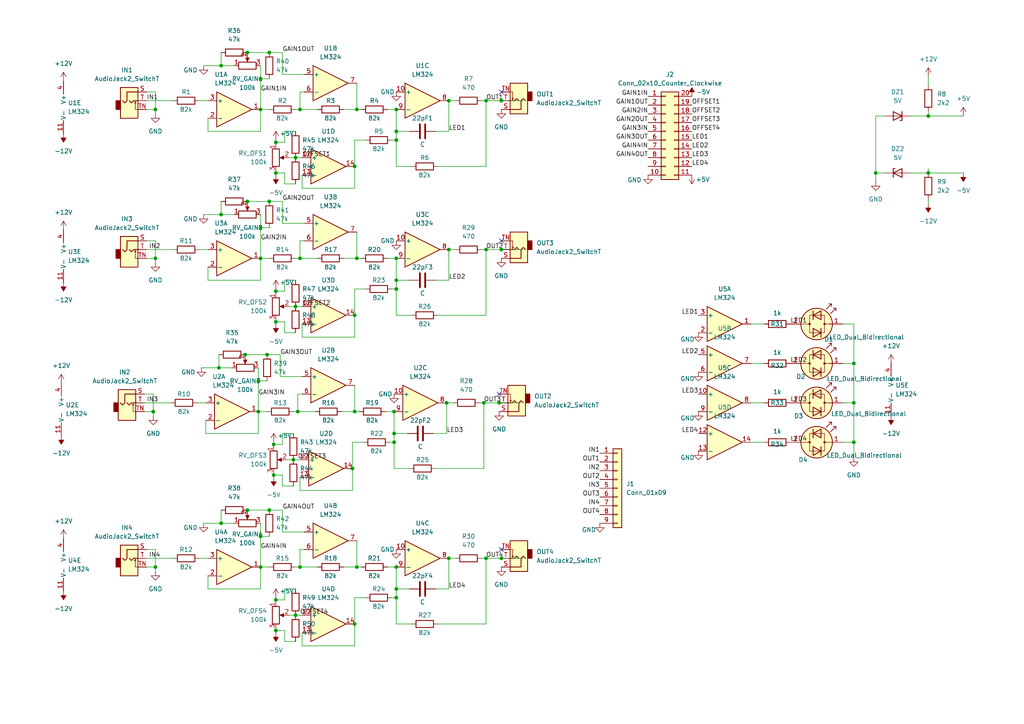
<source format=kicad_sch>
(kicad_sch (version 20211123) (generator eeschema)
  (paper "A4")
  (junction (at 78.105 15.24))
  (junction (at 80.01 84.455))
  (junction (at 74.93 110.49))
  (junction (at 71.755 147.955))
  (junction (at 77.47 102.87))
  (junction (at 129.54 116.84))
  (junction (at 63.5 106.68))
  (junction (at 80.01 50.165))
  (junction (at 75.565 66.04))
  (junction (at 79.375 137.795))
  (junction (at 114.935 40.64))
  (junction (at 75.565 164.465))
  (junction (at 45.085 74.93))
  (junction (at 114.935 164.465))
  (junction (at 75.565 22.86))
  (junction (at 86.995 164.465))
  (junction (at 114.935 81.28))
  (junction (at 44.45 119.38))
  (junction (at 130.175 161.925))
  (junction (at 86.995 74.93))
  (junction (at 85.09 133.35))
  (junction (at 71.755 15.24))
  (junction (at 79.375 128.905))
  (junction (at 102.87 48.26))
  (junction (at 71.755 58.42))
  (junction (at 130.175 72.39))
  (junction (at 144.78 116.84))
  (junction (at 145.415 161.925))
  (junction (at 71.12 102.87))
  (junction (at 114.3 128.27))
  (junction (at 102.87 119.38))
  (junction (at 102.87 91.44))
  (junction (at 78.105 147.955))
  (junction (at 140.97 161.925))
  (junction (at 140.97 72.39))
  (junction (at 86.995 31.75))
  (junction (at 85.725 45.72))
  (junction (at 45.085 31.75))
  (junction (at 103.505 31.75))
  (junction (at 86.36 119.38))
  (junction (at 103.505 74.93))
  (junction (at 78.105 58.42))
  (junction (at 80.01 182.88))
  (junction (at 64.135 151.765))
  (junction (at 75.565 74.93))
  (junction (at 254 50.165))
  (junction (at 145.415 72.39))
  (junction (at 64.135 19.05))
  (junction (at 80.01 41.275))
  (junction (at 45.085 164.465))
  (junction (at 114.935 83.82))
  (junction (at 74.93 119.38))
  (junction (at 85.725 88.9))
  (junction (at 247.65 116.84))
  (junction (at 269.24 33.655))
  (junction (at 114.3 125.73))
  (junction (at 80.01 173.99))
  (junction (at 102.87 180.975))
  (junction (at 145.415 29.21))
  (junction (at 247.65 105.41))
  (junction (at 130.175 29.21))
  (junction (at 140.97 29.21))
  (junction (at 114.935 173.355))
  (junction (at 140.335 116.84))
  (junction (at 64.135 62.23))
  (junction (at 102.235 135.89))
  (junction (at 114.935 170.815))
  (junction (at 114.3 119.38))
  (junction (at 114.935 38.1))
  (junction (at 80.01 93.345))
  (junction (at 75.565 155.575))
  (junction (at 103.505 164.465))
  (junction (at 269.24 50.165))
  (junction (at 247.65 128.27))
  (junction (at 114.935 74.93))
  (junction (at 114.935 31.75))
  (junction (at 85.725 178.435))
  (junction (at 75.565 31.75))
  (no_connect (at 145.415 26.67))
  (no_connect (at 145.415 69.85))
  (no_connect (at 144.78 114.3))
  (no_connect (at 145.415 159.385))
  (wire (pts (xy 80.01 92.71) (xy 80.01 93.345)))
  (wire (pts (xy 79.375 128.905) (xy 79.375 129.54)))
  (wire (pts (xy 103.505 164.465) (xy 104.775 164.465)))
  (wire (pts (xy 126.365 135.89) (xy 140.335 135.89)))
  (wire (pts (xy 80.01 93.345) (xy 80.01 93.98)))
  (wire (pts (xy 59.69 125.73) (xy 74.93 125.73)))
  (wire (pts (xy 83.82 88.9) (xy 85.725 88.9)))
  (wire (pts (xy 125.73 125.73) (xy 129.54 125.73)))
  (wire (pts (xy 80.01 41.275) (xy 80.01 41.91)))
  (wire (pts (xy 130.175 161.925) (xy 130.175 170.815)))
  (wire (pts (xy 80.01 84.455) (xy 80.01 85.09)))
  (wire (pts (xy 85.725 88.9) (xy 87.63 88.9)))
  (wire (pts (xy 74.93 125.73) (xy 74.93 119.38)))
  (wire (pts (xy 114.935 83.82) (xy 113.665 83.82)))
  (wire (pts (xy 269.24 32.385) (xy 269.24 33.655)))
  (wire (pts (xy 57.785 72.39) (xy 60.325 72.39)))
  (wire (pts (xy 119.38 180.975) (xy 114.935 180.975)))
  (wire (pts (xy 82.55 186.055) (xy 82.55 182.88)))
  (wire (pts (xy 57.785 29.21) (xy 60.325 29.21)))
  (wire (pts (xy 71.755 147.955) (xy 78.105 147.955)))
  (wire (pts (xy 86.995 159.385) (xy 88.265 159.385)))
  (wire (pts (xy 145.415 72.39) (xy 151.765 72.39)))
  (wire (pts (xy 75.565 155.575) (xy 75.565 164.465)))
  (wire (pts (xy 102.87 119.38) (xy 104.14 119.38)))
  (wire (pts (xy 85.725 31.75) (xy 86.995 31.75)))
  (wire (pts (xy 44.45 120.65) (xy 44.45 119.38)))
  (wire (pts (xy 99.06 119.38) (xy 102.87 119.38)))
  (wire (pts (xy 140.97 29.21) (xy 145.415 29.21)))
  (wire (pts (xy 74.93 110.49) (xy 77.47 110.49)))
  (wire (pts (xy 79.375 128.27) (xy 79.375 128.905)))
  (wire (pts (xy 87.63 54.61) (xy 102.87 54.61)))
  (wire (pts (xy 85.725 96.52) (xy 82.55 96.52)))
  (wire (pts (xy 114.3 125.73) (xy 118.11 125.73)))
  (wire (pts (xy 80.01 182.88) (xy 80.01 183.515)))
  (wire (pts (xy 114.935 164.465) (xy 114.935 170.815)))
  (wire (pts (xy 91.44 119.38) (xy 86.36 119.38)))
  (wire (pts (xy 71.755 58.42) (xy 78.105 58.42)))
  (wire (pts (xy 269.24 22.225) (xy 269.24 24.765)))
  (wire (pts (xy 82.55 170.815) (xy 82.55 173.99)))
  (wire (pts (xy 85.09 119.38) (xy 86.36 119.38)))
  (wire (pts (xy 119.38 91.44) (xy 114.935 91.44)))
  (wire (pts (xy 81.915 58.42) (xy 81.915 64.77)))
  (wire (pts (xy 81.915 154.305) (xy 88.265 154.305)))
  (wire (pts (xy 103.505 74.93) (xy 103.505 67.31)))
  (wire (pts (xy 81.915 21.59) (xy 88.265 21.59)))
  (wire (pts (xy 85.725 164.465) (xy 86.995 164.465)))
  (wire (pts (xy 114.935 170.815) (xy 114.935 173.355)))
  (wire (pts (xy 42.545 26.67) (xy 45.085 26.67)))
  (wire (pts (xy 114.3 125.73) (xy 114.3 128.27)))
  (wire (pts (xy 81.915 64.77) (xy 88.265 64.77)))
  (wire (pts (xy 80.01 40.64) (xy 80.01 41.275)))
  (wire (pts (xy 114.935 173.355) (xy 113.665 173.355)))
  (wire (pts (xy 80.01 49.53) (xy 80.01 50.165)))
  (wire (pts (xy 42.545 72.39) (xy 50.165 72.39)))
  (wire (pts (xy 75.565 81.28) (xy 75.565 74.93)))
  (wire (pts (xy 140.335 135.89) (xy 140.335 116.84)))
  (wire (pts (xy 87.63 50.8) (xy 87.63 54.61)))
  (wire (pts (xy 82.55 81.28) (xy 82.55 84.455)))
  (wire (pts (xy 254 50.165) (xy 254 33.655)))
  (wire (pts (xy 217.805 116.84) (xy 221.615 116.84)))
  (wire (pts (xy 102.87 40.64) (xy 102.87 48.26)))
  (wire (pts (xy 85.09 140.97) (xy 81.915 140.97)))
  (wire (pts (xy 140.97 161.925) (xy 145.415 161.925)))
  (wire (pts (xy 140.97 72.39) (xy 139.7 72.39)))
  (wire (pts (xy 85.725 53.34) (xy 82.55 53.34)))
  (wire (pts (xy 44.45 114.3) (xy 44.45 119.38)))
  (wire (pts (xy 99.695 164.465) (xy 103.505 164.465)))
  (wire (pts (xy 85.725 74.93) (xy 86.995 74.93)))
  (wire (pts (xy 79.375 137.16) (xy 79.375 137.795)))
  (wire (pts (xy 85.725 186.055) (xy 82.55 186.055)))
  (wire (pts (xy 130.175 72.39) (xy 132.08 72.39)))
  (wire (pts (xy 81.28 109.22) (xy 87.63 109.22)))
  (wire (pts (xy 130.175 72.39) (xy 130.175 81.28)))
  (wire (pts (xy 81.28 102.87) (xy 81.28 109.22)))
  (wire (pts (xy 85.09 125.73) (xy 81.915 125.73)))
  (wire (pts (xy 81.915 15.24) (xy 81.915 21.59)))
  (wire (pts (xy 92.075 31.75) (xy 86.995 31.75)))
  (wire (pts (xy 127 180.975) (xy 140.97 180.975)))
  (wire (pts (xy 59.69 121.92) (xy 59.69 125.73)))
  (wire (pts (xy 45.085 164.465) (xy 42.545 164.465)))
  (wire (pts (xy 114.935 81.28) (xy 118.745 81.28)))
  (wire (pts (xy 106.045 173.355) (xy 102.87 173.355)))
  (wire (pts (xy 75.565 164.465) (xy 78.105 164.465)))
  (wire (pts (xy 118.745 135.89) (xy 114.3 135.89)))
  (wire (pts (xy 145.415 29.21) (xy 151.765 29.21)))
  (wire (pts (xy 119.38 48.26) (xy 114.935 48.26)))
  (wire (pts (xy 114.935 180.975) (xy 114.935 173.355)))
  (wire (pts (xy 126.365 38.1) (xy 130.175 38.1)))
  (wire (pts (xy 114.3 119.38) (xy 114.3 125.73)))
  (wire (pts (xy 247.65 128.27) (xy 244.475 128.27)))
  (wire (pts (xy 87.63 93.98) (xy 87.63 97.79)))
  (wire (pts (xy 99.695 31.75) (xy 103.505 31.75)))
  (wire (pts (xy 79.375 137.795) (xy 79.375 138.43)))
  (wire (pts (xy 127 48.26) (xy 140.97 48.26)))
  (wire (pts (xy 64.135 58.42) (xy 64.135 62.23)))
  (wire (pts (xy 264.16 50.165) (xy 269.24 50.165)))
  (wire (pts (xy 145.415 161.925) (xy 151.765 161.925)))
  (wire (pts (xy 59.055 62.23) (xy 64.135 62.23)))
  (wire (pts (xy 64.135 15.24) (xy 64.135 19.05)))
  (wire (pts (xy 64.135 151.765) (xy 67.945 151.765)))
  (wire (pts (xy 130.175 161.925) (xy 132.08 161.925)))
  (wire (pts (xy 114.3 135.89) (xy 114.3 128.27)))
  (wire (pts (xy 81.915 140.97) (xy 81.915 137.795)))
  (wire (pts (xy 82.55 84.455) (xy 80.01 84.455)))
  (wire (pts (xy 42.545 161.925) (xy 50.165 161.925)))
  (wire (pts (xy 71.12 102.87) (xy 77.47 102.87)))
  (wire (pts (xy 85.09 133.35) (xy 86.995 133.35)))
  (wire (pts (xy 57.785 161.925) (xy 60.325 161.925)))
  (wire (pts (xy 114.935 48.26) (xy 114.935 40.64)))
  (wire (pts (xy 85.725 38.1) (xy 82.55 38.1)))
  (wire (pts (xy 75.565 22.86) (xy 75.565 31.75)))
  (wire (pts (xy 82.55 41.275) (xy 80.01 41.275)))
  (wire (pts (xy 86.995 69.85) (xy 88.265 69.85)))
  (wire (pts (xy 58.42 106.68) (xy 63.5 106.68)))
  (wire (pts (xy 64.135 62.23) (xy 67.945 62.23)))
  (wire (pts (xy 99.695 74.93) (xy 103.505 74.93)))
  (wire (pts (xy 83.82 178.435) (xy 85.725 178.435)))
  (wire (pts (xy 114.935 31.75) (xy 114.935 38.1)))
  (wire (pts (xy 81.915 147.955) (xy 81.915 154.305)))
  (wire (pts (xy 103.505 74.93) (xy 104.775 74.93)))
  (wire (pts (xy 269.24 50.165) (xy 279.4 50.165)))
  (wire (pts (xy 82.55 182.88) (xy 80.01 182.88)))
  (wire (pts (xy 102.235 142.24) (xy 102.235 135.89)))
  (wire (pts (xy 80.01 173.355) (xy 80.01 173.99)))
  (wire (pts (xy 74.93 106.68) (xy 74.93 110.49)))
  (wire (pts (xy 75.565 66.04) (xy 75.565 74.93)))
  (wire (pts (xy 75.565 19.05) (xy 75.565 22.86)))
  (wire (pts (xy 64.135 147.955) (xy 64.135 151.765)))
  (wire (pts (xy 247.65 116.84) (xy 247.65 128.27)))
  (wire (pts (xy 86.995 142.24) (xy 102.235 142.24)))
  (wire (pts (xy 217.805 105.41) (xy 221.615 105.41)))
  (wire (pts (xy 75.565 66.04) (xy 78.105 66.04)))
  (wire (pts (xy 85.725 45.72) (xy 87.63 45.72)))
  (wire (pts (xy 45.085 159.385) (xy 45.085 164.465)))
  (wire (pts (xy 129.54 116.84) (xy 131.445 116.84)))
  (wire (pts (xy 112.395 31.75) (xy 114.935 31.75)))
  (wire (pts (xy 140.97 29.21) (xy 139.7 29.21)))
  (wire (pts (xy 60.325 167.005) (xy 60.325 170.815)))
  (wire (pts (xy 114.935 38.1) (xy 118.745 38.1)))
  (wire (pts (xy 130.175 29.21) (xy 130.175 38.1)))
  (wire (pts (xy 264.16 33.655) (xy 269.24 33.655)))
  (wire (pts (xy 130.175 29.21) (xy 132.08 29.21)))
  (wire (pts (xy 92.075 74.93) (xy 86.995 74.93)))
  (wire (pts (xy 75.565 151.765) (xy 75.565 155.575)))
  (wire (pts (xy 63.5 102.87) (xy 63.5 106.68)))
  (wire (pts (xy 140.335 116.84) (xy 139.065 116.84)))
  (wire (pts (xy 112.395 164.465) (xy 114.935 164.465)))
  (wire (pts (xy 106.045 40.64) (xy 102.87 40.64)))
  (wire (pts (xy 269.24 57.785) (xy 269.24 59.055)))
  (wire (pts (xy 63.5 106.68) (xy 67.31 106.68)))
  (wire (pts (xy 127 91.44) (xy 140.97 91.44)))
  (wire (pts (xy 82.55 96.52) (xy 82.55 93.345)))
  (wire (pts (xy 75.565 31.75) (xy 78.105 31.75)))
  (wire (pts (xy 102.87 187.325) (xy 102.87 180.975)))
  (wire (pts (xy 80.01 50.165) (xy 80.01 50.8)))
  (wire (pts (xy 81.915 128.905) (xy 79.375 128.905)))
  (wire (pts (xy 82.55 53.34) (xy 82.55 50.165)))
  (wire (pts (xy 103.505 164.465) (xy 103.505 156.845)))
  (wire (pts (xy 86.36 114.3) (xy 86.36 119.38)))
  (wire (pts (xy 64.135 19.05) (xy 67.945 19.05)))
  (wire (pts (xy 112.395 74.93) (xy 114.935 74.93)))
  (wire (pts (xy 87.63 183.515) (xy 87.63 187.325)))
  (wire (pts (xy 45.085 26.67) (xy 45.085 31.75)))
  (wire (pts (xy 86.995 138.43) (xy 86.995 142.24)))
  (wire (pts (xy 140.97 91.44) (xy 140.97 72.39)))
  (wire (pts (xy 80.01 173.99) (xy 80.01 174.625)))
  (wire (pts (xy 102.87 119.38) (xy 102.87 111.76)))
  (wire (pts (xy 247.65 93.98) (xy 247.65 105.41)))
  (wire (pts (xy 45.085 31.75) (xy 42.545 31.75)))
  (wire (pts (xy 41.91 114.3) (xy 44.45 114.3)))
  (wire (pts (xy 42.545 69.85) (xy 45.085 69.85)))
  (wire (pts (xy 78.105 58.42) (xy 81.915 58.42)))
  (wire (pts (xy 82.55 38.1) (xy 82.55 41.275)))
  (wire (pts (xy 102.87 173.355) (xy 102.87 180.975)))
  (wire (pts (xy 42.545 29.21) (xy 50.165 29.21)))
  (wire (pts (xy 60.325 34.29) (xy 60.325 38.1)))
  (wire (pts (xy 217.805 128.27) (xy 221.615 128.27)))
  (wire (pts (xy 144.78 116.84) (xy 151.13 116.84)))
  (wire (pts (xy 269.24 33.655) (xy 279.4 33.655)))
  (wire (pts (xy 244.475 93.98) (xy 247.65 93.98)))
  (wire (pts (xy 103.505 31.75) (xy 103.505 24.13)))
  (wire (pts (xy 86.995 26.67) (xy 88.265 26.67)))
  (wire (pts (xy 80.01 83.82) (xy 80.01 84.455)))
  (wire (pts (xy 45.085 74.93) (xy 42.545 74.93)))
  (wire (pts (xy 44.45 119.38) (xy 41.91 119.38)))
  (wire (pts (xy 87.63 187.325) (xy 102.87 187.325)))
  (wire (pts (xy 114.935 74.93) (xy 114.935 81.28)))
  (wire (pts (xy 75.565 155.575) (xy 78.105 155.575)))
  (wire (pts (xy 60.325 77.47) (xy 60.325 81.28)))
  (wire (pts (xy 92.075 164.465) (xy 86.995 164.465)))
  (wire (pts (xy 78.105 15.24) (xy 81.915 15.24)))
  (wire (pts (xy 217.805 93.98) (xy 221.615 93.98)))
  (wire (pts (xy 102.87 54.61) (xy 102.87 48.26)))
  (wire (pts (xy 59.055 151.765) (xy 64.135 151.765)))
  (wire (pts (xy 86.36 114.3) (xy 87.63 114.3)))
  (wire (pts (xy 59.055 19.05) (xy 64.135 19.05)))
  (wire (pts (xy 75.565 22.86) (xy 78.105 22.86)))
  (wire (pts (xy 111.76 119.38) (xy 114.3 119.38)))
  (wire (pts (xy 140.97 48.26) (xy 140.97 29.21)))
  (wire (pts (xy 254 33.655) (xy 256.54 33.655)))
  (wire (pts (xy 75.565 74.93) (xy 78.105 74.93)))
  (wire (pts (xy 114.935 91.44) (xy 114.935 83.82)))
  (wire (pts (xy 82.55 173.99) (xy 80.01 173.99)))
  (wire (pts (xy 81.915 125.73) (xy 81.915 128.905)))
  (wire (pts (xy 114.935 81.28) (xy 114.935 83.82)))
  (wire (pts (xy 269.24 48.895) (xy 269.24 50.165)))
  (wire (pts (xy 129.54 116.84) (xy 129.54 125.73)))
  (wire (pts (xy 244.475 116.84) (xy 247.65 116.84)))
  (wire (pts (xy 114.935 170.815) (xy 118.745 170.815)))
  (wire (pts (xy 60.325 81.28) (xy 75.565 81.28)))
  (wire (pts (xy 105.41 128.27) (xy 102.235 128.27)))
  (wire (pts (xy 60.325 170.815) (xy 75.565 170.815)))
  (wire (pts (xy 126.365 170.815) (xy 130.175 170.815)))
  (wire (pts (xy 82.55 93.345) (xy 80.01 93.345)))
  (wire (pts (xy 45.085 33.02) (xy 45.085 31.75)))
  (wire (pts (xy 106.045 83.82) (xy 102.87 83.82)))
  (wire (pts (xy 102.87 83.82) (xy 102.87 91.44)))
  (wire (pts (xy 103.505 31.75) (xy 104.775 31.75)))
  (wire (pts (xy 85.725 81.28) (xy 82.55 81.28)))
  (wire (pts (xy 75.565 62.23) (xy 75.565 66.04)))
  (wire (pts (xy 140.97 72.39) (xy 145.415 72.39)))
  (wire (pts (xy 140.97 180.975) (xy 140.97 161.925)))
  (wire (pts (xy 87.63 97.79) (xy 102.87 97.79)))
  (wire (pts (xy 71.755 15.24) (xy 78.105 15.24)))
  (wire (pts (xy 74.93 119.38) (xy 77.47 119.38)))
  (wire (pts (xy 247.65 105.41) (xy 247.65 116.84)))
  (wire (pts (xy 45.085 76.2) (xy 45.085 74.93)))
  (wire (pts (xy 81.915 137.795) (xy 79.375 137.795)))
  (wire (pts (xy 74.93 110.49) (xy 74.93 119.38)))
  (wire (pts (xy 75.565 38.1) (xy 75.565 31.75)))
  (wire (pts (xy 102.235 128.27) (xy 102.235 135.89)))
  (wire (pts (xy 247.65 132.715) (xy 247.65 128.27)))
  (wire (pts (xy 244.475 105.41) (xy 247.65 105.41)))
  (wire (pts (xy 83.82 45.72) (xy 85.725 45.72)))
  (wire (pts (xy 75.565 170.815) (xy 75.565 164.465)))
  (wire (pts (xy 126.365 81.28) (xy 130.175 81.28)))
  (wire (pts (xy 140.97 161.925) (xy 139.7 161.925)))
  (wire (pts (xy 140.335 116.84) (xy 144.78 116.84)))
  (wire (pts (xy 78.105 147.955) (xy 81.915 147.955)))
  (wire (pts (xy 41.91 116.84) (xy 49.53 116.84)))
  (wire (pts (xy 80.01 182.245) (xy 80.01 182.88)))
  (wire (pts (xy 114.935 40.64) (xy 113.665 40.64)))
  (wire (pts (xy 57.15 116.84) (xy 59.69 116.84)))
  (wire (pts (xy 254 50.165) (xy 256.54 50.165)))
  (wire (pts (xy 60.325 38.1) (xy 75.565 38.1)))
  (wire (pts (xy 82.55 50.165) (xy 80.01 50.165)))
  (wire (pts (xy 114.3 128.27) (xy 113.03 128.27)))
  (wire (pts (xy 102.87 97.79) (xy 102.87 91.44)))
  (wire (pts (xy 86.995 26.67) (xy 86.995 31.75)))
  (wire (pts (xy 83.185 133.35) (xy 85.09 133.35)))
  (wire (pts (xy 42.545 159.385) (xy 45.085 159.385)))
  (wire (pts (xy 77.47 102.87) (xy 81.28 102.87)))
  (wire (pts (xy 114.935 38.1) (xy 114.935 40.64)))
  (wire (pts (xy 86.995 159.385) (xy 86.995 164.465)))
  (wire (pts (xy 45.085 69.85) (xy 45.085 74.93)))
  (wire (pts (xy 254 52.705) (xy 254 50.165)))
  (wire (pts (xy 45.085 165.735) (xy 45.085 164.465)))
  (wire (pts (xy 85.725 178.435) (xy 87.63 178.435)))
  (wire (pts (xy 86.995 69.85) (xy 86.995 74.93)))
  (wire (pts (xy 85.725 170.815) (xy 82.55 170.815)))
  (label "OUT2" (at 173.99 139.065 180))
  (label "IN1" (at 173.99 131.445 180))
  (label "LED1" (at 200.66 40.64 0))
  (label "OFFSET4" (at 86.995 178.435 0))
  (label "OUT3" (at 173.99 144.145 180))
  (label "OUT3" (at 140.335 116.84 0))
  (label "IN4" (at 43.18 161.925 0))
  (label "OUT1" (at 140.97 29.21 0))
  (label "GAIN1OUT" (at 81.915 15.24 0))
  (label "OUT2" (at 140.97 72.39 0))
  (label "LED3" (at 202.565 114.3 180))
  (label "OFFSET3" (at 200.66 35.56 0))
  (label "LED4" (at 200.66 48.26 0))
  (label "OFFSET1" (at 200.66 30.48 0))
  (label "GAIN3IN" (at 187.96 38.1 180))
  (label "LED2" (at 202.565 102.87 180))
  (label "GAIN3OUT" (at 81.28 103.124 0))
  (label "GAIN3IN" (at 74.93 114.808 0))
  (label "LED2" (at 200.66 43.18 0))
  (label "OUT4" (at 173.99 149.225 180))
  (label "LED3" (at 229.235 116.84 0))
  (label "OFFSET4" (at 200.66 38.1 0))
  (label "IN2" (at 43.18 72.39 0))
  (label "GAIN2IN" (at 75.565 69.85 0))
  (label "GAIN2OUT" (at 81.915 58.42 0))
  (label "OFFSET3" (at 86.36 133.35 0))
  (label "LED1" (at 130.175 38.1 0))
  (label "LED2" (at 130.175 81.28 0))
  (label "IN3" (at 42.545 116.84 0))
  (label "OFFSET2" (at 200.66 33.02 0))
  (label "OFFSET1" (at 87.63 45.72 0))
  (label "IN3" (at 173.99 141.605 180))
  (label "GAIN3OUT" (at 187.96 40.64 180))
  (label "LED3" (at 200.66 45.72 0))
  (label "LED1" (at 229.235 93.98 0))
  (label "GAIN4OUT" (at 81.915 147.955 0))
  (label "LED4" (at 202.565 125.73 180))
  (label "LED4" (at 130.175 170.815 0))
  (label "IN4" (at 173.99 146.685 180))
  (label "OFFSET2" (at 87.63 88.9 0))
  (label "GAIN1IN" (at 75.565 26.67 0))
  (label "LED3" (at 129.54 125.73 0))
  (label "LED4" (at 229.235 128.27 0))
  (label "IN2" (at 173.99 136.525 180))
  (label "LED1" (at 202.565 91.44 180))
  (label "GAIN2IN" (at 187.96 33.02 180))
  (label "OUT4" (at 140.97 161.925 0))
  (label "GAIN1OUT" (at 187.96 30.48 180))
  (label "GAIN4IN" (at 187.96 43.18 180))
  (label "GAIN4IN" (at 75.565 159.385 0))
  (label "GAIN2OUT" (at 187.96 35.56 180))
  (label "GAIN4OUT" (at 187.96 45.72 180))
  (label "OUT1" (at 173.99 133.985 180))
  (label "GAIN1IN" (at 187.96 27.94 180))
  (label "LED2" (at 229.235 105.41 0))
  (label "IN1" (at 42.545 29.21 0))
  (symbol (lib_id "Device:R") (at 95.885 164.465 90) (unit 1)
    (property "Reference" "R18" (at 95.885 161.925 90))
    (property "Value" "82k" (at 95.885 167.005 90))
    (property "Footprint" "Resistor_SMD:R_0603_1608Metric_Pad0.98x0.95mm_HandSolder" (effects hide))
  )
  (symbol (lib_id "Device:R") (at 108.585 74.93 90) (unit 1)
    (property "Reference" "R20" (at 108.585 72.39 90))
    (property "Value" "82k" (at 108.585 77.47 90))
    (property "Footprint" "Resistor_SMD:R_0603_1608Metric_Pad0.98x0.95mm_HandSolder" (effects hide))
  )
  (symbol (lib_id "Device:R") (at 225.425 116.84 90) (unit 1)
    (property "Reference" "R33" (at 225.425 116.84 90))
    (property "Value" "1k" (at 225.425 113.665 90))
    (property "Footprint" "Resistor_SMD:R_0603_1608Metric_Pad0.98x0.95mm_HandSolder" (effects hide))
  )
  (symbol (lib_id "Device:R") (at 81.915 74.93 90) (unit 1)
    (property "Reference" "R14" (at 81.915 72.39 90))
    (property "Value" "82k" (at 81.915 77.47 90))
    (property "Footprint" "Resistor_SMD:R_0603_1608Metric_Pad0.98x0.95mm_HandSolder" (effects hide))
  )
  (symbol (lib_id "power:GND") (at 45.085 76.2 0) (unit 1)
    (property "Reference" "#PWR0134" (effects hide))
    (property "Value" "GND" (at 45.085 81.28 0))
  )
  (symbol (lib_id "Amplifier_Operational:LM324") (at 67.945 74.93 0) (unit 1)
    (property "Reference" "U3" (at 64.135 64.77 0))
    (property "Value" "LM324" (at 65.405 67.31 0))
    (property "Footprint" "Package_SO:SO-14_5.3x10.2mm_P1.27mm" (effects hide))
    (property "Datasheet" "http://www.ti.com/lit/ds/symlink/lm2902-n.pdf" (effects hide))
  )
  (symbol (lib_id "power:GND") (at 202.565 96.52 0) (unit 1)
    (property "Reference" "#PWR0140" (effects hide))
    (property "Value" "GND" (at 199.39 98.425 0))
  )
  (symbol (lib_id "Device:R") (at 67.945 15.24 90) (unit 1)
    (property "Reference" "R36" (at 67.945 8.89 90))
    (property "Value" "47k" (at 67.945 11.43 90))
    (property "Footprint" "Resistor_SMD:R_0603_1608Metric_Pad0.98x0.95mm_HandSolder" (effects hide))
  )
  (symbol (lib_id "Device:C") (at 122.555 170.815 90) (unit 1)
    (property "Reference" "22pF4" (at 122.555 167.005 90))
    (property "Value" "C" (at 122.555 174.625 90))
    (property "Footprint" "Capacitor_SMD:C_0603_1608Metric_Pad1.08x0.95mm_HandSolder" (effects hide))
  )
  (symbol (lib_id "Device:R") (at 85.725 182.245 0) (unit 1)
    (property "Reference" "R50" (at 87.63 180.9749 0) (effects (justify left)))
    (property "Value" "47k" (at 87.63 183.5149 0) (effects (justify left)))
    (property "Footprint" "Resistor_SMD:R_0603_1608Metric_Pad0.98x0.95mm_HandSolder" (effects hide))
  )
  (symbol (lib_id "Device:R") (at 135.89 29.21 90) (unit 1)
    (property "Reference" "R7" (at 135.89 22.86 90))
    (property "Value" "470" (at 135.89 25.4 90))
    (property "Footprint" "Resistor_SMD:R_0603_1608Metric_Pad0.98x0.95mm_HandSolder" (effects hide))
  )
  (symbol (lib_id "Amplifier_Operational:LM324") (at 95.25 180.975 0) (unit 4)
    (property "Reference" "U4" (at 95.25 170.815 0))
    (property "Value" "LM324" (at 95.25 173.355 0))
    (property "Footprint" "Package_SO:SO-14_5.3x10.2mm_P1.27mm" (effects hide))
    (property "Datasheet" "http://www.ti.com/lit/ds/symlink/lm2902-n.pdf" (effects hide))
  )
  (symbol (lib_id "power:GND") (at 187.96 50.8 0) (unit 1)
    (property "Reference" "#PWR0147" (effects hide))
    (property "Value" "GND" (at 184.023 52.197 0))
  )
  (symbol (lib_id "Device:R") (at 53.975 72.39 90) (unit 1)
    (property "Reference" "R11" (at 53.975 69.85 90))
    (property "Value" "82k" (at 53.975 74.93 90))
    (property "Footprint" "Resistor_SMD:R_0603_1608Metric_Pad0.98x0.95mm_HandSolder" (effects hide))
  )
  (symbol (lib_id "Amplifier_Operational:LM324") (at 67.31 119.38 0) (unit 1)
    (property "Reference" "U2" (at 63.5 109.22 0))
    (property "Value" "LM324" (at 64.77 111.76 0))
    (property "Footprint" "Package_SO:SO-14_5.3x10.2mm_P1.27mm" (effects hide))
    (property "Datasheet" "http://www.ti.com/lit/ds/symlink/lm2902-n.pdf" (effects hide))
  )
  (symbol (lib_id "power:-5V") (at 200.66 27.94 0) (unit 1)
    (property "Reference" "#PWR0146" (effects hide))
    (property "Value" "-5V" (at 201.93 26.6699 0) (effects (justify left)))
  )
  (symbol (lib_id "Device:LED_Dual_Bidirectional") (at 236.855 105.41 0) (unit 1)
    (property "Reference" "D2" (at 232.2703 109.22 0))
    (property "Value" "LED_Dual_Bidirectional" (at 250.6853 109.855 0))
    (property "Footprint" "LED_THT:LED_D3.0mm" (effects hide))
  )
  (symbol (lib_id "Device:LED_Dual_Bidirectional") (at 236.855 116.84 0) (unit 1)
    (property "Reference" "D3" (at 231.6353 120.65 0))
    (property "Value" "LED_Dual_Bidirectional" (at 251.9553 120.015 0))
    (property "Footprint" "LED_THT:LED_D3.0mm" (effects hide))
  )
  (symbol (lib_id "Device:R_Potentiometer") (at 71.755 62.23 90) (unit 1)
    (property "Reference" "RV_GAIN2" (at 71.755 66.04 90))
    (property "Value" "100k" (at 71.755 68.58 90))
    (property "Footprint" "Potentiometer_THT:Potentiometer_Alps_RK09K_Single_Vertical" (effects hide))
  )
  (symbol (lib_id "Amplifier_Operational:LM324") (at 210.185 93.98 0) (unit 1)
    (property "Reference" "U5" (at 210.185 83.82 0))
    (property "Value" "LM324" (at 210.185 86.36 0))
    (property "Footprint" "Package_SO:SO-14_5.3x10.2mm_P1.27mm" (effects hide))
    (property "Datasheet" "http://www.ti.com/lit/ds/symlink/lm2902-n.pdf" (effects hide))
  )
  (symbol (lib_id "Device:R") (at 81.915 164.465 90) (unit 1)
    (property "Reference" "R15" (at 81.915 161.925 90))
    (property "Value" "82k" (at 81.915 167.005 90))
    (property "Footprint" "Resistor_SMD:R_0603_1608Metric_Pad0.98x0.95mm_HandSolder" (effects hide))
  )
  (symbol (lib_id "Amplifier_Operational:LM324") (at 20.955 31.115 0) (unit 5)
    (property "Reference" "U1" (at 19.685 29.8449 0) (effects (justify left)))
    (property "Value" "LM324" (at 19.685 32.3849 0) (effects (justify left)))
    (property "Footprint" "Package_SO:SO-14_5.3x10.2mm_P1.27mm" (effects hide))
    (property "Datasheet" "http://www.ti.com/lit/ds/symlink/lm2902-n.pdf" (effects hide))
  )
  (symbol (lib_id "Amplifier_Operational:LM324") (at 122.555 72.39 0) (unit 3)
    (property "Reference" "U3" (at 122.555 62.23 0))
    (property "Value" "LM324" (at 122.555 64.77 0))
    (property "Footprint" "Package_SO:SO-14_5.3x10.2mm_P1.27mm" (effects hide))
    (property "Datasheet" "http://www.ti.com/lit/ds/symlink/lm2902-n.pdf" (effects hide))
  )
  (symbol (lib_id "Device:R") (at 123.19 180.975 90) (unit 1)
    (property "Reference" "R27" (at 123.19 178.435 90))
    (property "Value" "82k" (at 123.19 183.515 90))
    (property "Footprint" "Resistor_SMD:R_0603_1608Metric_Pad0.98x0.95mm_HandSolder" (effects hide))
  )
  (symbol (lib_id "Device:R") (at 85.09 129.54 0) (unit 1)
    (property "Reference" "R43" (at 86.995 128.2699 0) (effects (justify left)))
    (property "Value" "47k" (at 86.995 130.8099 0) (effects (justify left)))
    (property "Footprint" "Resistor_SMD:R_0603_1608Metric_Pad0.98x0.95mm_HandSolder" (effects hide))
  )
  (symbol (lib_id "Device:R") (at 123.19 48.26 90) (unit 1)
    (property "Reference" "R6" (at 123.19 45.72 90))
    (property "Value" "82k" (at 123.19 50.8 90))
    (property "Footprint" "Resistor_SMD:R_0603_1608Metric_Pad0.98x0.95mm_HandSolder" (effects hide))
  )
  (symbol (lib_id "Device:R_Potentiometer") (at 71.755 19.05 90) (unit 1)
    (property "Reference" "RV_GAIN1" (at 71.755 22.86 90))
    (property "Value" "100k" (at 71.755 25.4 90))
    (property "Footprint" "Potentiometer_THT:Potentiometer_Alps_RK09K_Single_Vertical" (effects hide))
  )
  (symbol (lib_id "Device:R") (at 135.89 161.925 90) (unit 1)
    (property "Reference" "R30" (at 135.89 155.575 90))
    (property "Value" "470" (at 135.89 158.115 90))
    (property "Footprint" "Resistor_SMD:R_0603_1608Metric_Pad0.98x0.95mm_HandSolder" (effects hide))
  )
  (symbol (lib_id "Device:R") (at 53.975 161.925 90) (unit 1)
    (property "Reference" "R12" (at 53.975 159.385 90))
    (property "Value" "82k" (at 53.975 164.465 90))
    (property "Footprint" "Resistor_SMD:R_0603_1608Metric_Pad0.98x0.95mm_HandSolder" (effects hide))
  )
  (symbol (lib_id "power:-12V") (at 17.78 126.365 180) (unit 1)
    (property "Reference" "#PWR0124" (effects hide))
    (property "Value" "-12V" (at 17.78 131.445 0))
  )
  (symbol (lib_id "power:GND") (at 254 52.705 0) (unit 1)
    (property "Reference" "#PWR0109" (effects hide))
    (property "Value" "GND" (at 254 57.785 0))
  )
  (symbol (lib_id "Amplifier_Operational:LM324") (at 95.25 91.44 0) (unit 4)
    (property "Reference" "U3" (at 95.25 81.28 0))
    (property "Value" "LM324" (at 95.25 83.82 0))
    (property "Footprint" "Package_SO:SO-14_5.3x10.2mm_P1.27mm" (effects hide))
    (property "Datasheet" "http://www.ti.com/lit/ds/symlink/lm2902-n.pdf" (effects hide))
  )
  (symbol (lib_id "Amplifier_Operational:LM324") (at 20.955 74.295 0) (unit 5)
    (property "Reference" "U3" (at 19.685 73.0249 0) (effects (justify left)))
    (property "Value" "LM324" (at 19.685 75.5649 0) (effects (justify left)))
    (property "Footprint" "Package_SO:SO-14_5.3x10.2mm_P1.27mm" (effects hide))
    (property "Datasheet" "http://www.ti.com/lit/ds/symlink/lm2902-n.pdf" (effects hide))
  )
  (symbol (lib_id "Amplifier_Operational:LM324") (at 67.945 164.465 0) (unit 1)
    (property "Reference" "U4" (at 64.135 154.305 0))
    (property "Value" "LM324" (at 65.405 156.845 0))
    (property "Footprint" "Package_SO:SO-14_5.3x10.2mm_P1.27mm" (effects hide))
    (property "Datasheet" "http://www.ti.com/lit/ds/symlink/lm2902-n.pdf" (effects hide))
  )
  (symbol (lib_id "power:GND") (at 173.99 151.765 0) (unit 1)
    (property "Reference" "#PWR0145" (effects hide))
    (property "Value" "GND" (at 170.815 153.67 0))
  )
  (symbol (lib_id "Amplifier_Operational:LM324") (at 210.185 116.84 0) (unit 3)
    (property "Reference" "U5" (at 210.185 106.68 0))
    (property "Value" "LM324" (at 210.185 109.22 0))
    (property "Footprint" "Package_SO:SO-14_5.3x10.2mm_P1.27mm" (effects hide))
    (property "Datasheet" "http://www.ti.com/lit/ds/symlink/lm2902-n.pdf" (effects hide))
  )
  (symbol (lib_id "power:-12V") (at 18.415 171.45 180) (unit 1)
    (property "Reference" "#PWR0128" (effects hide))
    (property "Value" "-12V" (at 18.415 176.53 0))
  )
  (symbol (lib_id "Connector:AudioJack2_SwitchT") (at 149.86 116.84 180) (unit 1)
    (property "Reference" "OUT2" (at 154.94 114.9349 0) (effects (justify right)))
    (property "Value" "AudioJack2_SwitchT" (at 154.94 117.4749 0) (effects (justify right)))
    (property "Footprint" "Connector_Audio:Jack_3.5mm_QingPu_WQP-PJ398SM_Vertical_CircularHoles" (effects hide))
  )
  (symbol (lib_id "Device:R") (at 109.855 40.64 90) (unit 1)
    (property "Reference" "R5" (at 109.855 38.1 90))
    (property "Value" "82k" (at 109.855 43.18 90))
    (property "Footprint" "Resistor_SMD:R_0603_1608Metric_Pad0.98x0.95mm_HandSolder" (effects hide))
  )
  (symbol (lib_id "Device:R") (at 85.725 174.625 0) (unit 1)
    (property "Reference" "R49" (at 87.63 173.3549 0) (effects (justify left)))
    (property "Value" "47k" (at 87.63 175.8949 0) (effects (justify left)))
    (property "Footprint" "Resistor_SMD:R_0603_1608Metric_Pad0.98x0.95mm_HandSolder" (effects hide))
  )
  (symbol (lib_id "Connector:AudioJack2_SwitchT") (at 37.465 29.21 0) (unit 1)
    (property "Reference" "IN1" (at 36.83 20.32 0))
    (property "Value" "AudioJack2_SwitchT" (at 36.83 22.86 0))
    (property "Footprint" "Connector_Audio:Jack_3.5mm_QingPu_WQP-PJ398SM_Vertical_CircularHoles" (effects hide))
  )
  (symbol (lib_id "power:GND") (at 202.565 119.38 0) (unit 1)
    (property "Reference" "#PWR0141" (effects hide))
    (property "Value" "GND" (at 199.39 121.285 0))
  )
  (symbol (lib_id "power:+5V") (at 80.01 173.355 0) (unit 1)
    (property "Reference" "#PWR0118" (effects hide))
    (property "Value" "+5V" (at 83.185 171.45 0))
  )
  (symbol (lib_id "Device:R") (at 95.885 74.93 90) (unit 1)
    (property "Reference" "R17" (at 95.885 72.39 90))
    (property "Value" "82k" (at 95.885 77.47 90))
    (property "Footprint" "Resistor_SMD:R_0603_1608Metric_Pad0.98x0.95mm_HandSolder" (effects hide))
  )
  (symbol (lib_id "Device:C") (at 121.92 125.73 90) (unit 1)
    (property "Reference" "22pF2" (at 121.92 121.92 90))
    (property "Value" "C" (at 121.92 129.54 90))
    (property "Footprint" "Capacitor_SMD:C_0603_1608Metric_Pad1.08x0.95mm_HandSolder" (effects hide))
  )
  (symbol (lib_id "power:GND") (at 145.415 74.93 0) (unit 1)
    (property "Reference" "#PWR0137" (effects hide))
    (property "Value" "GND" (at 145.415 80.01 0))
  )
  (symbol (lib_id "power:GND") (at 114.935 26.67 0) (unit 1)
    (property "Reference" "#PWR0101" (effects hide))
    (property "Value" "GND" (at 112.395 26.67 0))
  )
  (symbol (lib_id "Device:R") (at 77.47 106.68 0) (unit 1)
    (property "Reference" "R39" (at 79.375 105.4099 0) (effects (justify left)))
    (property "Value" "47k" (at 79.375 107.9499 0) (effects (justify left)))
    (property "Footprint" "Resistor_SMD:R_0603_1608Metric_Pad0.98x0.95mm_HandSolder" (effects hide))
  )
  (symbol (lib_id "power:-5V") (at 80.01 93.98 180) (unit 1)
    (property "Reference" "#PWR0115" (effects hide))
    (property "Value" "-5V" (at 80.01 99.06 0))
  )
  (symbol (lib_id "Device:R") (at 225.425 105.41 90) (unit 1)
    (property "Reference" "R32" (at 225.425 106.045 90))
    (property "Value" "1k" (at 225.425 102.235 90))
    (property "Footprint" "Resistor_SMD:R_0603_1608Metric_Pad0.98x0.95mm_HandSolder" (effects hide))
  )
  (symbol (lib_id "power:GND") (at 59.055 151.765 0) (unit 1)
    (property "Reference" "#PWR0125" (effects hide))
    (property "Value" "GND" (at 55.245 153.035 0))
  )
  (symbol (lib_id "power:-12V") (at 18.415 38.735 180) (unit 1)
    (property "Reference" "#PWR0107" (effects hide))
    (property "Value" "-12V" (at 18.415 43.815 0))
  )
  (symbol (lib_id "Device:R") (at 225.425 128.27 90) (unit 1)
    (property "Reference" "R34" (at 225.425 128.905 90))
    (property "Value" "1k" (at 225.425 125.095 90))
    (property "Footprint" "Resistor_SMD:R_0603_1608Metric_Pad0.98x0.95mm_HandSolder" (effects hide))
  )
  (symbol (lib_id "power:-5V") (at 279.4 50.165 180) (unit 1)
    (property "Reference" "#PWR0110" (effects hide))
    (property "Value" "-5V" (at 279.4 55.245 0))
  )
  (symbol (lib_id "power:GND") (at 114.935 69.85 0) (unit 1)
    (property "Reference" "#PWR0135" (effects hide))
    (property "Value" "GND" (at 112.395 69.85 0))
  )
  (symbol (lib_id "power:GND") (at 58.42 106.68 0) (unit 1)
    (property "Reference" "#PWR0122" (effects hide))
    (property "Value" "GND" (at 54.61 107.95 0))
  )
  (symbol (lib_id "Device:R") (at 78.105 62.23 0) (unit 1)
    (property "Reference" "R41" (at 80.01 60.9599 0) (effects (justify left)))
    (property "Value" "47k" (at 80.01 63.4999 0) (effects (justify left)))
    (property "Footprint" "Resistor_SMD:R_0603_1608Metric_Pad0.98x0.95mm_HandSolder" (effects hide))
  )
  (symbol (lib_id "power:GND") (at 59.055 19.05 0) (unit 1)
    (property "Reference" "#PWR0105" (effects hide))
    (property "Value" "GND" (at 55.245 20.32 0))
  )
  (symbol (lib_id "Device:LED_Dual_Bidirectional") (at 236.855 93.98 0) (unit 1)
    (property "Reference" "D1" (at 240.3983 98.425 0))
    (property "Value" "LED_Dual_Bidirectional" (at 251.3203 97.79 0))
    (property "Footprint" "LED_THT:LED_D3.0mm" (effects hide))
  )
  (symbol (lib_id "power:GND") (at 202.565 130.81 0) (unit 1)
    (property "Reference" "#PWR0142" (effects hide))
    (property "Value" "GND" (at 199.39 132.715 0))
  )
  (symbol (lib_id "Device:R") (at 108.585 164.465 90) (unit 1)
    (property "Reference" "R21" (at 108.585 161.925 90))
    (property "Value" "82k" (at 108.585 167.005 90))
    (property "Footprint" "Resistor_SMD:R_0603_1608Metric_Pad0.98x0.95mm_HandSolder" (effects hide))
  )
  (symbol (lib_id "Device:D_Zener") (at 260.35 50.165 0) (unit 1)
    (property "Reference" "DZ2" (at 260.35 43.18 0))
    (property "Value" "5V" (at 260.35 45.72 0))
    (property "Footprint" "Diode_THT:D_DO-41_SOD81_P7.62mm_Horizontal" (effects hide))
  )
  (symbol (lib_id "Connector:AudioJack2_SwitchT") (at 36.83 116.84 0) (unit 1)
    (property "Reference" "IN2" (at 36.195 107.95 0))
    (property "Value" "AudioJack2_SwitchT" (at 36.195 110.49 0))
    (property "Footprint" "Connector_Audio:Jack_3.5mm_QingPu_WQP-PJ398SM_Vertical_CircularHoles" (effects hide))
  )
  (symbol (lib_id "Connector_Generic:Conn_02x10_Counter_Clockwise") (at 193.04 38.1 0) (unit 1)
    (property "Reference" "J2" (at 194.31 21.59 0))
    (property "Value" "Conn_02x10_Counter_Clockwise" (at 194.31 24.13 0))
    (property "Footprint" "Connector_PinHeader_2.54mm:PinHeader_2x10_P2.54mm_Vertical" (effects hide))
  )
  (symbol (lib_id "power:GND") (at 144.78 119.38 0) (unit 1)
    (property "Reference" "#PWR0130" (effects hide))
    (property "Value" "GND" (at 144.78 124.46 0))
  )
  (symbol (lib_id "power:+12V") (at 18.415 66.675 0) (unit 1)
    (property "Reference" "#PWR0132" (effects hide))
    (property "Value" "+12V" (at 18.415 61.595 0))
  )
  (symbol (lib_id "Amplifier_Operational:LM324") (at 95.25 111.76 0) (unit 2)
    (property "Reference" "U2" (at 95.25 101.6 0))
    (property "Value" "LM324" (at 95.25 104.14 0))
    (property "Footprint" "Package_SO:SO-14_5.3x10.2mm_P1.27mm" (effects hide))
    (property "Datasheet" "http://www.ti.com/lit/ds/symlink/lm2902-n.pdf" (effects hide))
  )
  (symbol (lib_id "Connector:AudioJack2_SwitchT") (at 37.465 161.925 0) (unit 1)
    (property "Reference" "IN4" (at 36.83 153.035 0))
    (property "Value" "AudioJack2_SwitchT" (at 36.83 155.575 0))
    (property "Footprint" "Connector_Audio:Jack_3.5mm_QingPu_WQP-PJ398SM_Vertical_CircularHoles" (effects hide))
  )
  (symbol (lib_id "Device:D_Zener") (at 260.35 33.655 180) (unit 1)
    (property "Reference" "DZ1" (at 260.35 26.67 0))
    (property "Value" "5V" (at 260.35 29.21 0))
    (property "Footprint" "Diode_THT:D_DO-41_SOD81_P7.62mm_Horizontal" (effects hide))
  )
  (symbol (lib_id "power:GND") (at 45.085 33.02 0) (unit 1)
    (property "Reference" "#PWR0108" (effects hide))
    (property "Value" "GND" (at 45.085 38.1 0))
  )
  (symbol (lib_id "Amplifier_Operational:LM324") (at 95.885 24.13 0) (unit 2)
    (property "Reference" "U1" (at 95.885 13.97 0))
    (property "Value" "LM324" (at 95.885 16.51 0))
    (property "Footprint" "Package_SO:SO-14_5.3x10.2mm_P1.27mm" (effects hide))
    (property "Datasheet" "http://www.ti.com/lit/ds/symlink/lm2902-n.pdf" (effects hide))
  )
  (symbol (lib_id "power:GND") (at 202.565 107.95 0) (unit 1)
    (property "Reference" "#PWR0139" (effects hide))
    (property "Value" "GND" (at 199.39 109.855 0))
  )
  (symbol (lib_id "Device:R") (at 225.425 93.98 90) (unit 1)
    (property "Reference" "R31" (at 225.425 93.98 90))
    (property "Value" "1k" (at 225.425 90.805 90))
    (property "Footprint" "Resistor_SMD:R_0603_1608Metric_Pad0.98x0.95mm_HandSolder" (effects hide))
  )
  (symbol (lib_id "Device:R") (at 109.855 83.82 90) (unit 1)
    (property "Reference" "R23" (at 109.855 81.28 90))
    (property "Value" "82k" (at 109.855 86.36 90))
    (property "Footprint" "Resistor_SMD:R_0603_1608Metric_Pad0.98x0.95mm_HandSolder" (effects hide))
  )
  (symbol (lib_id "power:+5V") (at 279.4 33.655 0) (unit 1)
    (property "Reference" "#PWR0112" (effects hide))
    (property "Value" "+5V" (at 279.4 28.575 0))
  )
  (symbol (lib_id "Connector_Generic:Conn_01x09") (at 179.07 141.605 0) (unit 1)
    (property "Reference" "J1" (at 181.61 140.3349 0) (effects (justify left)))
    (property "Value" "Conn_01x09" (at 181.61 142.8749 0) (effects (justify left)))
    (property "Footprint" "Connector_PinHeader_2.54mm:PinHeader_1x09_P2.54mm_Vertical" (effects hide))
  )
  (symbol (lib_id "Device:R") (at 109.855 173.355 90) (unit 1)
    (property "Reference" "R24" (at 109.855 170.815 90))
    (property "Value" "82k" (at 109.855 175.895 90))
    (property "Footprint" "Resistor_SMD:R_0603_1608Metric_Pad0.98x0.95mm_HandSolder" (effects hide))
  )
  (symbol (lib_id "Device:R") (at 85.725 49.53 0) (unit 1)
    (property "Reference" "R46" (at 87.63 48.2599 0) (effects (justify left)))
    (property "Value" "47k" (at 87.63 50.7999 0) (effects (justify left)))
    (property "Footprint" "Resistor_SMD:R_0603_1608Metric_Pad0.98x0.95mm_HandSolder" (effects hide))
  )
  (symbol (lib_id "Device:R") (at 85.09 137.16 0) (unit 1)
    (property "Reference" "R44" (at 86.995 135.8899 0) (effects (justify left)))
    (property "Value" "47k" (at 86.995 138.4299 0) (effects (justify left)))
    (property "Footprint" "Resistor_SMD:R_0603_1608Metric_Pad0.98x0.95mm_HandSolder" (effects hide))
  )
  (symbol (lib_id "power:GND") (at 44.45 120.65 0) (unit 1)
    (property "Reference" "#PWR0126" (effects hide))
    (property "Value" "GND" (at 44.45 125.73 0))
  )
  (symbol (lib_id "power:+12V") (at 258.445 105.41 0) (unit 1)
    (property "Reference" "#PWR0138" (effects hide))
    (property "Value" "+12V" (at 258.445 100.33 0))
  )
  (symbol (lib_id "power:GND") (at 145.415 164.465 0) (unit 1)
    (property "Reference" "#PWR0121" (effects hide))
    (property "Value" "GND" (at 145.415 169.545 0))
  )
  (symbol (lib_id "Device:R") (at 78.105 151.765 0) (unit 1)
    (property "Reference" "R42" (at 80.01 150.4949 0) (effects (justify left)))
    (property "Value" "47k" (at 80.01 153.0349 0) (effects (justify left)))
    (property "Footprint" "Resistor_SMD:R_0603_1608Metric_Pad0.98x0.95mm_HandSolder" (effects hide))
  )
  (symbol (lib_id "Device:R") (at 53.34 116.84 90) (unit 1)
    (property "Reference" "R10" (at 53.34 114.3 90))
    (property "Value" "82k" (at 53.34 119.38 90))
    (property "Footprint" "Resistor_SMD:R_0603_1608Metric_Pad0.98x0.95mm_HandSolder" (effects hide))
  )
  (symbol (lib_id "Device:R") (at 107.95 119.38 90) (unit 1)
    (property "Reference" "R19" (at 107.95 116.84 90))
    (property "Value" "82k" (at 107.95 121.92 90))
    (property "Footprint" "Resistor_SMD:R_0603_1608Metric_Pad0.98x0.95mm_HandSolder" (effects hide))
  )
  (symbol (lib_id "Connector:AudioJack2_SwitchT") (at 150.495 29.21 180) (unit 1)
    (property "Reference" "OUT1" (at 155.575 27.3049 0) (effects (justify right)))
    (property "Value" "AudioJack2_SwitchT" (at 155.575 29.8449 0) (effects (justify right)))
    (property "Footprint" "Connector_Audio:Jack_3.5mm_QingPu_WQP-PJ398SM_Vertical_CircularHoles" (effects hide))
  )
  (symbol (lib_id "power:+12V") (at 269.24 22.225 0) (unit 1)
    (property "Reference" "#PWR0113" (effects hide))
    (property "Value" "+12V" (at 269.24 17.145 0))
  )
  (symbol (lib_id "power:+12V") (at 18.415 23.495 0) (unit 1)
    (property "Reference" "#PWR0106" (effects hide))
    (property "Value" "+12V" (at 18.415 18.415 0))
  )
  (symbol (lib_id "Device:R") (at 109.22 128.27 90) (unit 1)
    (property "Reference" "R22" (at 109.22 125.73 90))
    (property "Value" "82k" (at 109.22 130.81 90))
    (property "Footprint" "Resistor_SMD:R_0603_1608Metric_Pad0.98x0.95mm_HandSolder" (effects hide))
  )
  (symbol (lib_id "Device:R") (at 78.105 19.05 0) (unit 1)
    (property "Reference" "R40" (at 80.01 17.7799 0) (effects (justify left)))
    (property "Value" "47k" (at 80.01 20.3199 0) (effects (justify left)))
    (property "Footprint" "Resistor_SMD:R_0603_1608Metric_Pad0.98x0.95mm_HandSolder" (effects hide))
  )
  (symbol (lib_id "Device:R") (at 67.945 147.955 90) (unit 1)
    (property "Reference" "R38" (at 67.945 141.605 90))
    (property "Value" "47k" (at 67.945 144.145 90))
    (property "Footprint" "Resistor_SMD:R_0603_1608Metric_Pad0.98x0.95mm_HandSolder" (effects hide))
  )
  (symbol (lib_id "Device:R") (at 81.915 31.75 90) (unit 1)
    (property "Reference" "R2" (at 81.915 29.21 90))
    (property "Value" "82k" (at 81.915 34.29 90))
    (property "Footprint" "Resistor_SMD:R_0603_1608Metric_Pad0.98x0.95mm_HandSolder" (effects hide))
  )
  (symbol (lib_id "Device:R") (at 135.255 116.84 90) (unit 1)
    (property "Reference" "R28" (at 135.255 110.49 90))
    (property "Value" "470" (at 135.255 113.03 90))
    (property "Footprint" "Resistor_SMD:R_0603_1608Metric_Pad0.98x0.95mm_HandSolder" (effects hide))
  )
  (symbol (lib_id "Device:R") (at 85.725 41.91 0) (unit 1)
    (property "Reference" "R45" (at 87.63 40.6399 0) (effects (justify left)))
    (property "Value" "47k" (at 87.63 43.1799 0) (effects (justify left)))
    (property "Footprint" "Resistor_SMD:R_0603_1608Metric_Pad0.98x0.95mm_HandSolder" (effects hide))
  )
  (symbol (lib_id "power:GND") (at 114.3 114.3 0) (unit 1)
    (property "Reference" "#PWR0136" (effects hide))
    (property "Value" "GND" (at 111.76 114.3 0))
  )
  (symbol (lib_id "Device:R_Potentiometer") (at 79.375 133.35 0) (unit 1)
    (property "Reference" "RV_OFS3" (at 77.47 132.0799 0) (effects (justify right)))
    (property "Value" "100k" (at 77.47 134.6199 0) (effects (justify right)))
    (property "Footprint" "Potentiometer_THT:Potentiometer_Alps_RK09K_Single_Vertical" (effects hide))
  )
  (symbol (lib_id "power:+5V") (at 80.01 40.64 0) (unit 1)
    (property "Reference" "#PWR0104" (effects hide))
    (property "Value" "+5V" (at 83.185 38.735 0))
  )
  (symbol (lib_id "Amplifier_Operational:LM324") (at 122.555 161.925 0) (unit 3)
    (property "Reference" "U4" (at 122.555 151.765 0))
    (property "Value" "LM324" (at 122.555 154.305 0))
    (property "Footprint" "Package_SO:SO-14_5.3x10.2mm_P1.27mm" (effects hide))
    (property "Datasheet" "http://www.ti.com/lit/ds/symlink/lm2902-n.pdf" (effects hide))
  )
  (symbol (lib_id "Amplifier_Operational:LM324") (at 95.885 156.845 0) (unit 2)
    (property "Reference" "U4" (at 95.885 146.685 0))
    (property "Value" "LM324" (at 95.885 149.225 0))
    (property "Footprint" "Package_SO:SO-14_5.3x10.2mm_P1.27mm" (effects hide))
    (property "Datasheet" "http://www.ti.com/lit/ds/symlink/lm2902-n.pdf" (effects hide))
  )
  (symbol (lib_id "power:GND") (at 247.65 132.715 0) (unit 1)
    (property "Reference" "#PWR0144" (effects hide))
    (property "Value" "GND" (at 247.65 137.795 0))
  )
  (symbol (lib_id "Device:R") (at 53.975 29.21 90) (unit 1)
    (property "Reference" "R1" (at 53.975 26.67 90))
    (property "Value" "82k" (at 53.975 31.75 90))
    (property "Footprint" "Resistor_SMD:R_0603_1608Metric_Pad0.98x0.95mm_HandSolder" (effects hide))
  )
  (symbol (lib_id "Device:R") (at 85.725 85.09 0) (unit 1)
    (property "Reference" "R47" (at 87.63 83.8199 0) (effects (justify left)))
    (property "Value" "47k" (at 87.63 86.3599 0) (effects (justify left)))
    (property "Footprint" "Resistor_SMD:R_0603_1608Metric_Pad0.98x0.95mm_HandSolder" (effects hide))
  )
  (symbol (lib_id "Connector:AudioJack2_SwitchT") (at 150.495 72.39 180) (unit 1)
    (property "Reference" "OUT3" (at 155.575 70.4849 0) (effects (justify right)))
    (property "Value" "AudioJack2_SwitchT" (at 155.575 73.0249 0) (effects (justify right)))
    (property "Footprint" "Connector_Audio:Jack_3.5mm_QingPu_WQP-PJ398SM_Vertical_CircularHoles" (effects hide))
  )
  (symbol (lib_id "Amplifier_Operational:LM324") (at 210.185 105.41 0) (unit 2)
    (property "Reference" "U5" (at 210.185 95.25 0))
    (property "Value" "LM324" (at 210.185 97.79 0))
    (property "Footprint" "Package_SO:SO-14_5.3x10.2mm_P1.27mm" (effects hide))
    (property "Datasheet" "http://www.ti.com/lit/ds/symlink/lm2902-n.pdf" (effects hide))
  )
  (symbol (lib_id "Device:R_Potentiometer") (at 80.01 178.435 0) (unit 1)
    (property "Reference" "RV_OFS4" (at 77.47 177.1649 0) (effects (justify right)))
    (property "Value" "100k" (at 77.47 179.7049 0) (effects (justify right)))
    (property "Footprint" "Potentiometer_THT:Potentiometer_Alps_RK09K_Single_Vertical" (effects hide))
  )
  (symbol (lib_id "Device:R") (at 108.585 31.75 90) (unit 1)
    (property "Reference" "R4" (at 108.585 29.21 90))
    (property "Value" "82k" (at 108.585 34.29 90))
    (property "Footprint" "Resistor_SMD:R_0603_1608Metric_Pad0.98x0.95mm_HandSolder" (effects hide))
  )
  (symbol (lib_id "power:-12V") (at 258.445 120.65 180) (unit 1)
    (property "Reference" "#PWR0143" (effects hide))
    (property "Value" "-12V" (at 258.445 125.73 0))
  )
  (symbol (lib_id "power:-12V") (at 18.415 81.915 180) (unit 1)
    (property "Reference" "#PWR0133" (effects hide))
    (property "Value" "-12V" (at 18.415 86.995 0))
  )
  (symbol (lib_id "Device:R_Potentiometer") (at 71.755 151.765 90) (unit 1)
    (property "Reference" "RV_GAIN4" (at 71.755 154.94 90))
    (property "Value" "100k" (at 71.755 157.48 90))
    (property "Footprint" "Potentiometer_THT:Potentiometer_Alps_RK09K_Single_Vertical" (effects hide))
  )
  (symbol (lib_id "Device:R") (at 85.725 92.71 0) (unit 1)
    (property "Reference" "R48" (at 87.63 91.4399 0) (effects (justify left)))
    (property "Value" "47k" (at 87.63 93.9799 0) (effects (justify left)))
    (property "Footprint" "Resistor_SMD:R_0603_1608Metric_Pad0.98x0.95mm_HandSolder" (effects hide))
  )
  (symbol (lib_id "Device:R") (at 67.945 58.42 90) (unit 1)
    (property "Reference" "R37" (at 67.945 52.07 90))
    (property "Value" "47k" (at 67.945 54.61 90))
    (property "Footprint" "Resistor_SMD:R_0603_1608Metric_Pad0.98x0.95mm_HandSolder" (effects hide))
  )
  (symbol (lib_id "power:GND") (at 114.935 159.385 0) (unit 1)
    (property "Reference" "#PWR0120" (effects hide))
    (property "Value" "GND" (at 112.395 159.385 0))
  )
  (symbol (lib_id "Device:R") (at 95.25 119.38 90) (unit 1)
    (property "Reference" "R16" (at 95.25 116.84 90))
    (property "Value" "82k" (at 95.25 121.92 90))
    (property "Footprint" "Resistor_SMD:R_0603_1608Metric_Pad0.98x0.95mm_HandSolder" (effects hide))
  )
  (symbol (lib_id "Device:R") (at 269.24 53.975 0) (unit 1)
    (property "Reference" "R9" (at 271.78 52.7049 0) (effects (justify left)))
    (property "Value" "2k2" (at 271.78 55.2449 0) (effects (justify left)))
    (property "Footprint" "Resistor_SMD:R_0603_1608Metric_Pad0.98x0.95mm_HandSolder" (effects hide))
  )
  (symbol (lib_id "Amplifier_Operational:LM324") (at 95.25 48.26 0) (unit 4)
    (property "Reference" "U1" (at 95.25 38.1 0))
    (property "Value" "LM324" (at 95.25 40.64 0))
    (property "Footprint" "Package_SO:SO-14_5.3x10.2mm_P1.27mm" (effects hide))
    (property "Datasheet" "http://www.ti.com/lit/ds/symlink/lm2902-n.pdf" (effects hide))
  )
  (symbol (lib_id "Device:R") (at 81.28 119.38 90) (unit 1)
    (property "Reference" "R13" (at 81.28 116.84 90))
    (property "Value" "82k" (at 81.28 121.92 90))
    (property "Footprint" "Resistor_SMD:R_0603_1608Metric_Pad0.98x0.95mm_HandSolder" (effects hide))
  )
  (symbol (lib_id "Device:R_Potentiometer") (at 71.12 106.68 90) (unit 1)
    (property "Reference" "RV_GAIN3" (at 71.12 110.49 90))
    (property "Value" "100k" (at 71.12 113.03 90))
    (property "Footprint" "Potentiometer_THT:Potentiometer_Alps_RK09K_Single_Vertical" (effects hide))
  )
  (symbol (lib_id "Device:R") (at 269.24 28.575 0) (unit 1)
    (property "Reference" "R8" (at 271.78 27.3049 0) (effects (justify left)))
    (property "Value" "2k2" (at 271.78 29.8449 0) (effects (justify left)))
    (property "Footprint" "Resistor_SMD:R_0603_1608Metric_Pad0.98x0.95mm_HandSolder" (effects hide))
  )
  (symbol (lib_id "Amplifier_Operational:LM324") (at 122.555 29.21 0) (unit 3)
    (property "Reference" "U1" (at 122.555 19.05 0))
    (property "Value" "LM324" (at 122.555 21.59 0))
    (property "Footprint" "Package_SO:SO-14_5.3x10.2mm_P1.27mm" (effects hide))
    (property "Datasheet" "http://www.ti.com/lit/ds/symlink/lm2902-n.pdf" (effects hide))
  )
  (symbol (lib_id "Device:C") (at 122.555 38.1 90) (unit 1)
    (property "Reference" "22pF1" (at 122.555 34.29 90))
    (property "Value" "C" (at 122.555 41.91 90))
    (property "Footprint" "Capacitor_SMD:C_0603_1608Metric_Pad1.08x0.95mm_HandSolder" (effects hide))
  )
  (symbol (lib_id "power:+5V") (at 80.01 83.82 0) (unit 1)
    (property "Reference" "#PWR0114" (effects hide))
    (property "Value" "+5V" (at 83.185 81.915 0))
  )
  (symbol (lib_id "power:GND") (at 145.415 31.75 0) (unit 1)
    (property "Reference" "#PWR0102" (effects hide))
    (property "Value" "GND" (at 145.415 36.83 0))
  )
  (symbol (lib_id "Device:R") (at 123.19 91.44 90) (unit 1)
    (property "Reference" "R26" (at 123.19 88.9 90))
    (property "Value" "82k" (at 123.19 93.98 90))
    (property "Footprint" "Resistor_SMD:R_0603_1608Metric_Pad0.98x0.95mm_HandSolder" (effects hide))
  )
  (symbol (lib_id "power:GND") (at 59.055 62.23 0) (unit 1)
    (property "Reference" "#PWR0131" (effects hide))
    (property "Value" "GND" (at 55.245 63.5 0))
  )
  (symbol (lib_id "Amplifier_Operational:LM324") (at 67.945 31.75 0) (unit 1)
    (property "Reference" "U1" (at 64.135 21.59 0))
    (property "Value" "LM324" (at 65.405 24.13 0))
    (property "Footprint" "Package_SO:SO-14_5.3x10.2mm_P1.27mm" (effects hide))
    (property "Datasheet" "http://www.ti.com/lit/ds/symlink/lm2902-n.pdf" (effects hide))
  )
  (symbol (lib_id "Amplifier_Operational:LM324") (at 94.615 135.89 0) (unit 4)
    (property "Reference" "U2" (at 94.615 125.73 0))
    (property "Value" "LM324" (at 94.615 128.27 0))
    (property "Footprint" "Package_SO:SO-14_5.3x10.2mm_P1.27mm" (effects hide))
    (property "Datasheet" "http://www.ti.com/lit/ds/symlink/lm2902-n.pdf" (effects hide))
  )
  (symbol (lib_id "Connector:AudioJack2_SwitchT") (at 37.465 72.39 0) (unit 1)
    (property "Reference" "IN3" (at 36.83 63.5 0))
    (property "Value" "AudioJack2_SwitchT" (at 36.83 66.04 0))
    (property "Footprint" "Connector_Audio:Jack_3.5mm_QingPu_WQP-PJ398SM_Vertical_CircularHoles" (effects hide))
  )
  (symbol (lib_id "Amplifier_Operational:LM324") (at 20.955 163.83 0) (unit 5)
    (property "Reference" "U4" (at 19.685 162.5599 0) (effects (justify left)))
    (property "Value" "LM324" (at 19.685 165.0999 0) (effects (justify left)))
    (property "Footprint" "Package_SO:SO-14_5.3x10.2mm_P1.27mm" (effects hide))
    (property "Datasheet" "http://www.ti.com/lit/ds/symlink/lm2902-n.pdf" (effects hide))
  )
  (symbol (lib_id "Amplifier_Operational:LM324") (at 260.985 113.03 0) (unit 5)
    (property "Reference" "U5" (at 259.715 111.7599 0) (effects (justify left)))
    (property "Value" "LM324" (at 259.715 114.2999 0) (effects (justify left)))
    (property "Footprint" "Package_SO:SO-14_5.3x10.2mm_P1.27mm" (effects hide))
    (property "Datasheet" "http://www.ti.com/lit/ds/symlink/lm2902-n.pdf" (effects hide))
  )
  (symbol (lib_id "Device:LED_Dual_Bidirectional") (at 236.855 128.27 0) (unit 1)
    (property "Reference" "D4" (at 232.9053 133.35 0))
    (property "Value" "LED_Dual_Bidirectional" (at 250.6853 132.08 0))
    (property "Footprint" "LED_THT:LED_D3.0mm" (effects hide))
  )
  (symbol (lib_id "Amplifier_Operational:LM324") (at 121.92 116.84 0) (unit 3)
    (property "Reference" "U2" (at 121.92 106.68 0))
    (property "Value" "LM324" (at 121.92 109.22 0))
    (property "Footprint" "Package_SO:SO-14_5.3x10.2mm_P1.27mm" (effects hide))
    (property "Datasheet" "http://www.ti.com/lit/ds/symlink/lm2902-n.pdf" (effects hide))
  )
  (symbol (lib_id "Connector:AudioJack2_SwitchT") (at 150.495 161.925 180) (unit 1)
    (property "Reference" "OUT4" (at 155.575 160.0199 0) (effects (justify right)))
    (property "Value" "AudioJack2_SwitchT" (at 155.575 162.5599 0) (effects (justify right)))
    (property "Footprint" "Connector_Audio:Jack_3.5mm_QingPu_WQP-PJ398SM_Vertical_CircularHoles" (effects hide))
  )
  (symbol (lib_id "Device:R") (at 135.89 72.39 90) (unit 1)
    (property "Reference" "R29" (at 135.89 66.04 90))
    (property "Value" "470" (at 135.89 68.58 90))
    (property "Footprint" "Resistor_SMD:R_0603_1608Metric_Pad0.98x0.95mm_HandSolder" (effects hide))
  )
  (symbol (lib_id "power:+5V") (at 200.66 50.8 180) (unit 1)
    (property "Reference" "#PWR0148" (effects hide))
    (property "Value" "+5V" (at 203.835 52.07 0))
  )
  (symbol (lib_id "Device:R") (at 67.31 102.87 90) (unit 1)
    (property "Reference" "R35" (at 67.31 96.52 90))
    (property "Value" "47k" (at 67.31 99.06 90))
    (property "Footprint" "Resistor_SMD:R_0603_1608Metric_Pad0.98x0.95mm_HandSolder" (effects hide))
  )
  (symbol (lib_id "power:-5V") (at 79.375 138.43 180) (unit 1)
    (property "Reference" "#PWR0119" (effects hide))
    (property "Value" "-5V" (at 79.375 143.51 0))
  )
  (symbol (lib_id "Amplifier_Operational:LM324") (at 210.185 128.27 0) (unit 4)
    (property "Reference" "U5" (at 210.185 118.11 0))
    (property "Value" "LM324" (at 210.185 120.65 0))
    (property "Footprint" "Package_SO:SO-14_5.3x10.2mm_P1.27mm" (effects hide))
    (property "Datasheet" "http://www.ti.com/lit/ds/symlink/lm2902-n.pdf" (effects hide))
  )
  (symbol (lib_id "Amplifier_Operational:LM324") (at 95.885 67.31 0) (unit 2)
    (property "Reference" "U3" (at 95.885 57.15 0))
    (property "Value" "LM324" (at 95.885 59.69 0))
    (property "Footprint" "Package_SO:SO-14_5.3x10.2mm_P1.27mm" (effects hide))
    (property "Datasheet" "http://www.ti.com/lit/ds/symlink/lm2902-n.pdf" (effects hide))
  )
  (symbol (lib_id "power:-5V") (at 80.01 183.515 180) (unit 1)
    (property "Reference" "#PWR0117" (effects hide))
    (property "Value" "-5V" (at 80.01 188.595 0))
  )
  (symbol (lib_id "power:GND") (at 45.085 165.735 0) (unit 1)
    (property "Reference" "#PWR0127" (effects hide))
    (property "Value" "GND" (at 45.085 170.815 0))
  )
  (symbol (lib_id "power:-5V") (at 80.01 50.8 180) (unit 1)
    (property "Reference" "#PWR0103" (effects hide))
    (property "Value" "-5V" (at 80.01 55.88 0))
  )
  (symbol (lib_id "Device:R_Potentiometer") (at 80.01 45.72 0) (unit 1)
    (property "Reference" "RV_OFS1" (at 77.47 44.4499 0) (effects (justify right)))
    (property "Value" "100k" (at 77.47 46.9899 0) (effects (justify right)))
    (property "Footprint" "Potentiometer_THT:Potentiometer_Alps_RK09K_Single_Vertical" (effects hide))
  )
  (symbol (lib_id "Device:R") (at 122.555 135.89 90) (unit 1)
    (property "Reference" "R25" (at 122.555 133.35 90))
    (property "Value" "82k" (at 122.555 138.43 90))
    (property "Footprint" "Resistor_SMD:R_0603_1608Metric_Pad0.98x0.95mm_HandSolder" (effects hide))
  )
  (symbol (lib_id "power:-12V") (at 269.24 59.055 180) (unit 1)
    (property "Reference" "#PWR0111" (effects hide))
    (property "Value" "-12V" (at 269.24 64.135 0))
  )
  (symbol (lib_id "Device:C") (at 122.555 81.28 90) (unit 1)
    (property "Reference" "22pF3" (at 122.555 77.47 90))
    (property "Value" "C" (at 122.555 85.09 90))
    (property "Footprint" "Capacitor_SMD:C_0603_1608Metric_Pad1.08x0.95mm_HandSolder" (effects hide))
  )
  (symbol (lib_id "Device:R") (at 95.885 31.75 90) (unit 1)
    (property "Reference" "R3" (at 95.885 29.21 90))
    (property "Value" "82k" (at 95.885 34.29 90))
    (property "Footprint" "Resistor_SMD:R_0603_1608Metric_Pad0.98x0.95mm_HandSolder" (effects hide))
  )
  (symbol (lib_id "Device:R_Potentiometer") (at 80.01 88.9 0) (unit 1)
    (property "Reference" "RV_OFS2" (at 77.47 87.6299 0) (effects (justify right)))
    (property "Value" "100k" (at 77.47 90.1699 0) (effects (justify right)))
    (property "Footprint" "Potentiometer_THT:Potentiometer_Alps_RK09K_Single_Vertical" (effects hide))
  )
  (symbol (lib_id "power:+12V") (at 17.78 111.125 0) (unit 1)
    (property "Reference" "#PWR0123" (effects hide))
    (property "Value" "+12V" (at 17.78 106.045 0))
  )
  (symbol (lib_id "Amplifier_Operational:LM324") (at 20.32 118.745 0) (unit 5)
    (property "Reference" "U2" (at 19.05 117.4749 0) (effects (justify left)))
    (property "Value" "LM324" (at 19.05 120.0149 0) (effects (justify left)))
    (property "Footprint" "Package_SO:SO-14_5.3x10.2mm_P1.27mm" (effects hide))
    (property "Datasheet" "http://www.ti.com/lit/ds/symlink/lm2902-n.pdf" (effects hide))
  )
  (symbol (lib_id "power:+5V") (at 79.375 128.27 0) (unit 1)
    (property "Reference" "#PWR0116" (effects hide))
    (property "Value" "+5V" (at 82.55 126.365 0))
  )
  (symbol (lib_id "power:+12V") (at 18.415 156.21 0) (unit 1)
    (property "Reference" "#PWR0129" (effects hide))
    (property "Value" "+12V" (at 18.415 151.13 0))
  )
)
</source>
